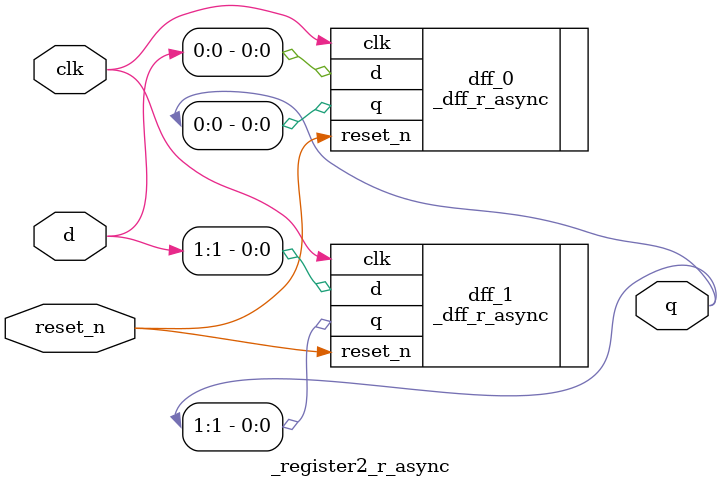
<source format=v>
module _register2_r_async(clk, reset_n, d, q);

	input clk;
	input reset_n;
	input [1:0]d;
	output [1:0]q; //set input and output
	
	_dff_r_async dff_0(.clk(clk), .reset_n(reset_n), .d(d[0]), .q(q[0]));
	_dff_r_async dff_1(.clk(clk), .reset_n(reset_n), .d(d[1]), .q(q[1])); //connect two ff

endmodule

</source>
